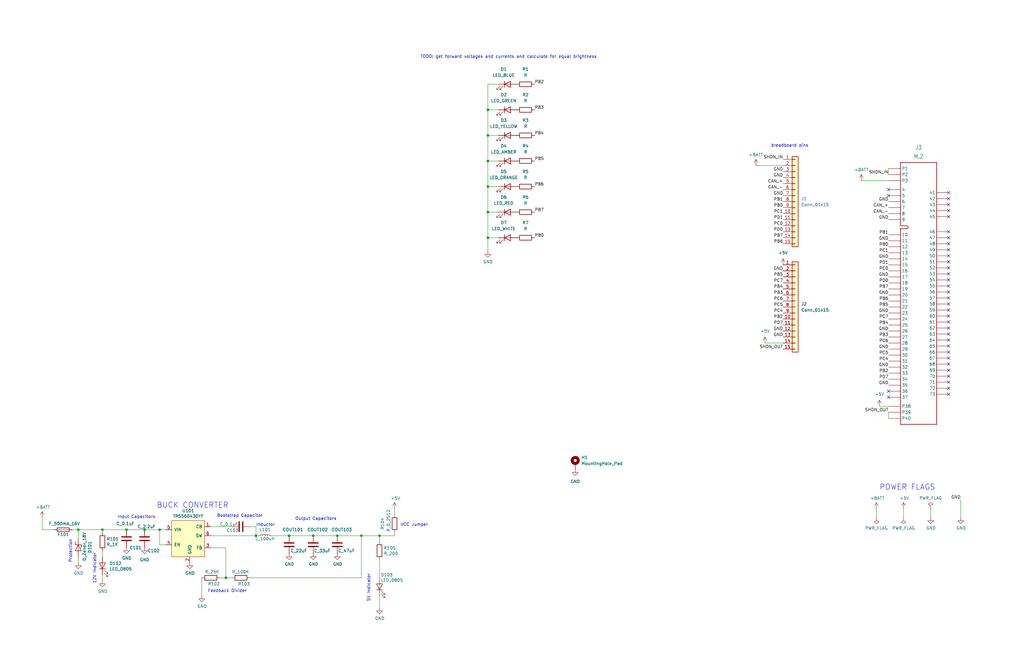
<source format=kicad_sch>
(kicad_sch (version 20211123) (generator eeschema)
  (paper "B")
  (title_block (title "OEM Project Template") (date "2019-08-22") (rev "1") (company "Olin Electric Motorsports") (comment 1 "Wesley Soo-Hoo"))
  (lib_symbols
    (symbol "Connector_Generic:Conn_01x15" (pin_names (offset 1.016) hide)
      (property "Reference" "J" (at 0 20.32 0))
      (property "Value" "Conn_01x15" (at 0 -20.32 0))
      (symbol "Conn_01x15_1_1"
        (rectangle (start -1.27 -17.653) (end 0 -17.907) (stroke (width 0.1524)))
        (rectangle (start -1.27 -15.113) (end 0 -15.367) (stroke (width 0.1524)))
        (rectangle (start -1.27 -12.573) (end 0 -12.827) (stroke (width 0.1524)))
        (rectangle (start -1.27 -10.033) (end 0 -10.287) (stroke (width 0.1524)))
        (rectangle (start -1.27 -7.493) (end 0 -7.747) (stroke (width 0.1524)))
        (rectangle (start -1.27 -4.953) (end 0 -5.207) (stroke (width 0.1524)))
        (rectangle (start -1.27 -2.413) (end 0 -2.667) (stroke (width 0.1524)))
        (rectangle (start -1.27 0.127) (end 0 -0.127) (stroke (width 0.1524)))
        (rectangle (start -1.27 2.667) (end 0 2.413) (stroke (width 0.1524)))
        (rectangle (start -1.27 5.207) (end 0 4.953) (stroke (width 0.1524)))
        (rectangle (start -1.27 7.747) (end 0 7.493) (stroke (width 0.1524)))
        (rectangle (start -1.27 10.287) (end 0 10.033) (stroke (width 0.1524)))
        (rectangle (start -1.27 12.827) (end 0 12.573) (stroke (width 0.1524)))
        (rectangle (start -1.27 15.367) (end 0 15.113) (stroke (width 0.1524)))
        (rectangle (start -1.27 17.907) (end 0 17.653) (stroke (width 0.1524)))
        (rectangle (start -1.27 19.05) (end 1.27 -19.05) (stroke (width 0.254)) (fill (type background)))
        (pin passive line (at -5.08 17.78 0) (length 3.81) (name "Pin_1") (number "1"))
        (pin passive line (at -5.08 -5.08 0) (length 3.81) (name "Pin_10") (number "10"))
        (pin passive line (at -5.08 -7.62 0) (length 3.81) (name "Pin_11") (number "11"))
        (pin passive line (at -5.08 -10.16 0) (length 3.81) (name "Pin_12") (number "12"))
        (pin passive line (at -5.08 -12.7 0) (length 3.81) (name "Pin_13") (number "13"))
        (pin passive line (at -5.08 -15.24 0) (length 3.81) (name "Pin_14") (number "14"))
        (pin passive line (at -5.08 -17.78 0) (length 3.81) (name "Pin_15") (number "15"))
        (pin passive line (at -5.08 15.24 0) (length 3.81) (name "Pin_2") (number "2"))
        (pin passive line (at -5.08 12.7 0) (length 3.81) (name "Pin_3") (number "3"))
        (pin passive line (at -5.08 10.16 0) (length 3.81) (name "Pin_4") (number "4"))
        (pin passive line (at -5.08 7.62 0) (length 3.81) (name "Pin_5") (number "5"))
        (pin passive line (at -5.08 5.08 0) (length 3.81) (name "Pin_6") (number "6"))
        (pin passive line (at -5.08 2.54 0) (length 3.81) (name "Pin_7") (number "7"))
        (pin passive line (at -5.08 0 0) (length 3.81) (name "Pin_8") (number "8"))
        (pin passive line (at -5.08 -2.54 0) (length 3.81) (name "Pin_9") (number "9"))
      )
    )
    (symbol "Device:R" (pin_numbers hide) (pin_names (offset 0))
      (property "Reference" "R" (at 2.032 0 90))
      (property "Value" "R" (at 0 0 90))
      (symbol "R_0_1"
        (rectangle (start -1.016 -2.54) (end 1.016 2.54) (stroke (width 0.254)))
      )
      (symbol "R_1_1"
        (pin passive line (at 0 3.81 270) (length 1.27) (name "~") (number "1"))
        (pin passive line (at 0 -3.81 90) (length 1.27) (name "~") (number "2"))
      )
    )
    (symbol "Mechanical:MountingHole_Pad" (pin_numbers hide) (pin_names (offset 1.016) hide)
      (property "Reference" "H" (at 0 6.35 0))
      (property "Value" "MountingHole_Pad" (at 0 4.445 0))
      (symbol "MountingHole_Pad_0_1"
        (circle (center 0 1.27) (radius 1.27) (stroke (width 1.27)))
      )
      (symbol "MountingHole_Pad_1_1"
        (pin input line (at 0 -2.54 90) (length 2.54) (name "1") (number "1"))
      )
    )
    (symbol "OEM:LED_AMBER" (pin_numbers hide) (pin_names (offset 1.016) hide)
      (property "Reference" "D" (at 0 2.54 0))
      (property "Value" "LED_AMBER" (at 0 -2.54 0))
      (symbol "LED_AMBER_0_1"
        (polyline (pts (xy -1.27 -1.27) (xy -1.27 1.27)) (stroke (width 0.254)))
        (polyline (pts (xy -1.27 0) (xy 1.27 0)))
        (polyline (pts (xy 1.27 -1.27) (xy 1.27 1.27) (xy -1.27 0) (xy 1.27 -1.27)) (stroke (width 0.254)))
        (polyline (pts (xy -3.048 -0.762) (xy -4.572 -2.286) (xy -3.81 -2.286) (xy -4.572 -2.286) (xy -4.572 -1.524)))
        (polyline (pts (xy -1.778 -0.762) (xy -3.302 -2.286) (xy -2.54 -2.286) (xy -3.302 -2.286) (xy -3.302 -1.524)))
      )
      (symbol "LED_AMBER_1_1"
        (pin passive line (at -3.81 0 0) (length 2.54) (name "K") (number "1"))
        (pin passive line (at 3.81 0 180) (length 2.54) (name "A") (number "2"))
      )
    )
    (symbol "OEM:LED_BLUE" (pin_numbers hide) (pin_names (offset 1.016) hide)
      (property "Reference" "D" (at 0 2.54 0))
      (property "Value" "LED_BLUE" (at 0 -2.54 0))
      (symbol "LED_BLUE_0_1"
        (polyline (pts (xy -1.27 -1.27) (xy -1.27 1.27)) (stroke (width 0.254)))
        (polyline (pts (xy -1.27 0) (xy 1.27 0)))
        (polyline (pts (xy 1.27 -1.27) (xy 1.27 1.27) (xy -1.27 0) (xy 1.27 -1.27)) (stroke (width 0.254)))
        (polyline (pts (xy -3.048 -0.762) (xy -4.572 -2.286) (xy -3.81 -2.286) (xy -4.572 -2.286) (xy -4.572 -1.524)))
        (polyline (pts (xy -1.778 -0.762) (xy -3.302 -2.286) (xy -2.54 -2.286) (xy -3.302 -2.286) (xy -3.302 -1.524)))
      )
      (symbol "LED_BLUE_1_1"
        (pin passive line (at -3.81 0 0) (length 2.54) (name "K") (number "1"))
        (pin passive line (at 3.81 0 180) (length 2.54) (name "A") (number "2"))
      )
    )
    (symbol "OEM:LED_GREEN" (pin_numbers hide) (pin_names (offset 1.016) hide)
      (property "Reference" "D" (at 0 2.54 0))
      (property "Value" "LED_GREEN" (at 0 -2.54 0))
      (symbol "LED_GREEN_0_1"
        (polyline (pts (xy -1.27 -1.27) (xy -1.27 1.27)) (stroke (width 0.254)))
        (polyline (pts (xy -1.27 0) (xy 1.27 0)))
        (polyline (pts (xy 1.27 -1.27) (xy 1.27 1.27) (xy -1.27 0) (xy 1.27 -1.27)) (stroke (width 0.254)))
        (polyline (pts (xy -3.048 -0.762) (xy -4.572 -2.286) (xy -3.81 -2.286) (xy -4.572 -2.286) (xy -4.572 -1.524)))
        (polyline (pts (xy -1.778 -0.762) (xy -3.302 -2.286) (xy -2.54 -2.286) (xy -3.302 -2.286) (xy -3.302 -1.524)))
      )
      (symbol "LED_GREEN_1_1"
        (pin passive line (at -3.81 0 0) (length 2.54) (name "K") (number "1"))
        (pin passive line (at 3.81 0 180) (length 2.54) (name "A") (number "2"))
      )
    )
    (symbol "OEM:LED_ORANGE" (pin_numbers hide) (pin_names (offset 1.016) hide)
      (property "Reference" "D" (at 0 2.54 0))
      (property "Value" "LED_ORANGE" (at 0 -2.54 0))
      (symbol "LED_ORANGE_0_1"
        (polyline (pts (xy -1.27 -1.27) (xy -1.27 1.27)) (stroke (width 0.254)))
        (polyline (pts (xy -1.27 0) (xy 1.27 0)))
        (polyline (pts (xy 1.27 -1.27) (xy 1.27 1.27) (xy -1.27 0) (xy 1.27 -1.27)) (stroke (width 0.254)))
        (polyline (pts (xy -3.048 -0.762) (xy -4.572 -2.286) (xy -3.81 -2.286) (xy -4.572 -2.286) (xy -4.572 -1.524)))
        (polyline (pts (xy -1.778 -0.762) (xy -3.302 -2.286) (xy -2.54 -2.286) (xy -3.302 -2.286) (xy -3.302 -1.524)))
      )
      (symbol "LED_ORANGE_1_1"
        (pin passive line (at -3.81 0 0) (length 2.54) (name "K") (number "1"))
        (pin passive line (at 3.81 0 180) (length 2.54) (name "A") (number "2"))
      )
    )
    (symbol "OEM:LED_RED" (pin_numbers hide) (pin_names (offset 1.016) hide)
      (property "Reference" "D" (at 0 2.54 0))
      (property "Value" "LED_RED" (at 0 -2.54 0))
      (symbol "LED_RED_0_1"
        (polyline (pts (xy -1.27 -1.27) (xy -1.27 1.27)) (stroke (width 0.254)))
        (polyline (pts (xy -1.27 0) (xy 1.27 0)))
        (polyline (pts (xy 1.27 -1.27) (xy 1.27 1.27) (xy -1.27 0) (xy 1.27 -1.27)) (stroke (width 0.254)))
        (polyline (pts (xy -3.048 -0.762) (xy -4.572 -2.286) (xy -3.81 -2.286) (xy -4.572 -2.286) (xy -4.572 -1.524)))
        (polyline (pts (xy -1.778 -0.762) (xy -3.302 -2.286) (xy -2.54 -2.286) (xy -3.302 -2.286) (xy -3.302 -1.524)))
      )
      (symbol "LED_RED_1_1"
        (pin passive line (at -3.81 0 0) (length 2.54) (name "K") (number "1"))
        (pin passive line (at 3.81 0 180) (length 2.54) (name "A") (number "2"))
      )
    )
    (symbol "OEM:LED_WHITE" (pin_numbers hide) (pin_names (offset 1.016) hide)
      (property "Reference" "D" (at 0 2.54 0))
      (property "Value" "LED_WHITE" (at 0 -2.54 0))
      (symbol "LED_WHITE_0_1"
        (polyline (pts (xy -1.27 -1.27) (xy -1.27 1.27)) (stroke (width 0.254)))
        (polyline (pts (xy -1.27 0) (xy 1.27 0)))
        (polyline (pts (xy 1.27 -1.27) (xy 1.27 1.27) (xy -1.27 0) (xy 1.27 -1.27)) (stroke (width 0.254)))
        (polyline (pts (xy -3.048 -0.762) (xy -4.572 -2.286) (xy -3.81 -2.286) (xy -4.572 -2.286) (xy -4.572 -1.524)))
        (polyline (pts (xy -1.778 -0.762) (xy -3.302 -2.286) (xy -2.54 -2.286) (xy -3.302 -2.286) (xy -3.302 -1.524)))
      )
      (symbol "LED_WHITE_1_1"
        (pin passive line (at -3.81 0 0) (length 2.54) (name "K") (number "1"))
        (pin passive line (at 3.81 0 180) (length 2.54) (name "A") (number "2"))
      )
    )
    (symbol "OEM:LED_YELLOW" (pin_numbers hide) (pin_names (offset 1.016) hide)
      (property "Reference" "D" (at 0 2.54 0))
      (property "Value" "LED_YELLOW" (at 0 -2.54 0))
      (symbol "LED_YELLOW_0_1"
        (polyline (pts (xy -1.27 -1.27) (xy -1.27 1.27)) (stroke (width 0.254)))
        (polyline (pts (xy -1.27 0) (xy 1.27 0)))
        (polyline (pts (xy 1.27 -1.27) (xy 1.27 1.27) (xy -1.27 0) (xy 1.27 -1.27)) (stroke (width 0.254)))
        (polyline (pts (xy -3.048 -0.762) (xy -4.572 -2.286) (xy -3.81 -2.286) (xy -4.572 -2.286) (xy -4.572 -1.524)))
        (polyline (pts (xy -1.778 -0.762) (xy -3.302 -2.286) (xy -2.54 -2.286) (xy -3.302 -2.286) (xy -3.302 -1.524)))
      )
      (symbol "LED_YELLOW_1_1"
        (pin passive line (at -3.81 0 0) (length 2.54) (name "K") (number "1"))
        (pin passive line (at 3.81 0 180) (length 2.54) (name "A") (number "2"))
      )
    )
    (symbol "formula:Automotive_M.2"
      (property "Reference" "J?" (at 1.27 49.53 0))
      (property "Value" "Automotive_M.2" (at 7.62 45.72 0))
      (symbol "Automotive_M.2_0_1"
        (arc (start -5.0436 15.2415) (mid -4.4198 15.8765) (end -5.0436 16.5115) (stroke (width 0.25)))
        (polyline (pts (xy -7.62 15.24) (xy -5.08 15.24)) (stroke (width 0.25)))
        (polyline (pts (xy -7.62 16.51) (xy -5.08 16.51)) (stroke (width 0.25)))
        (polyline (pts (xy -7.62 43.18) (xy -7.62 16.51)) (stroke (width 0.25)))
        (polyline (pts (xy 7.62 -67.31) (xy -7.62 -67.31)) (stroke (width 0.25)))
      )
      (symbol "Automotive_M.2_1_0"
        (polyline (pts (xy -7.62 -67.31) (xy -7.62 15.24)) (stroke (width 0.254)))
        (polyline (pts (xy 7.62 43.18) (xy -7.62 43.18)) (stroke (width 0.254)))
        (polyline (pts (xy 7.62 43.18) (xy 7.62 -67.31)) (stroke (width 0.254)))
        (pin bidirectional line (at -12.7 12.7 0) (length 5.08) (name "10") (number "10"))
        (pin bidirectional line (at -12.7 10.16 0) (length 5.08) (name "11") (number "11"))
        (pin bidirectional line (at -12.7 7.62 0) (length 5.08) (name "12") (number "12"))
        (pin bidirectional line (at -12.7 5.08 0) (length 5.08) (name "13") (number "13"))
        (pin bidirectional line (at -12.7 2.54 0) (length 5.08) (name "14") (number "14"))
        (pin bidirectional line (at -12.7 0 0) (length 5.08) (name "15") (number "15"))
        (pin bidirectional line (at -12.7 -2.54 0) (length 5.08) (name "16") (number "16"))
        (pin bidirectional line (at -12.7 -5.08 0) (length 5.08) (name "17") (number "17"))
        (pin bidirectional line (at -12.7 -7.62 0) (length 5.08) (name "18") (number "18"))
        (pin bidirectional line (at -12.7 -10.16 0) (length 5.08) (name "19") (number "19"))
        (pin bidirectional line (at -12.7 -12.7 0) (length 5.08) (name "20") (number "20"))
        (pin bidirectional line (at -12.7 -15.24 0) (length 5.08) (name "21") (number "21"))
        (pin bidirectional line (at -12.7 -17.78 0) (length 5.08) (name "22") (number "22"))
        (pin bidirectional line (at -12.7 -20.32 0) (length 5.08) (name "23") (number "23"))
        (pin bidirectional line (at -12.7 -22.86 0) (length 5.08) (name "24") (number "24"))
        (pin bidirectional line (at -12.7 -25.4 0) (length 5.08) (name "25") (number "25"))
        (pin bidirectional line (at -12.7 -27.94 0) (length 5.08) (name "26") (number "26"))
        (pin bidirectional line (at -12.7 -30.48 0) (length 5.08) (name "27") (number "27"))
        (pin bidirectional line (at -12.7 -33.02 0) (length 5.08) (name "28") (number "28"))
        (pin bidirectional line (at -12.7 -35.56 0) (length 5.08) (name "29") (number "29"))
        (pin bidirectional line (at -12.7 -38.1 0) (length 5.08) (name "30") (number "30"))
        (pin bidirectional line (at -12.7 -40.64 0) (length 5.08) (name "31") (number "31"))
        (pin bidirectional line (at -12.7 -43.18 0) (length 5.08) (name "32") (number "32"))
        (pin bidirectional line (at -12.7 -45.72 0) (length 5.08) (name "33") (number "33"))
        (pin bidirectional line (at -12.7 -48.26 0) (length 5.08) (name "34") (number "34"))
        (pin bidirectional line (at -12.7 -50.8 0) (length 5.08) (name "35") (number "35"))
        (pin bidirectional line (at -12.7 -53.34 0) (length 5.08) (name "36") (number "36"))
        (pin bidirectional line (at -12.7 -55.88 0) (length 5.08) (name "37") (number "37"))
        (pin bidirectional line (at -12.7 31.75 0) (length 5.08) (name "4") (number "4"))
        (pin bidirectional line (at 12.7 30.48 180) (length 5.08) (name "41") (number "41"))
        (pin bidirectional line (at 12.7 27.94 180) (length 5.08) (name "42") (number "42"))
        (pin bidirectional line (at 12.7 25.4 180) (length 5.08) (name "43") (number "43"))
        (pin bidirectional line (at 12.7 22.86 180) (length 5.08) (name "44") (number "44"))
        (pin bidirectional line (at 12.7 20.32 180) (length 5.08) (name "45") (number "45"))
        (pin bidirectional line (at 12.7 13.97 180) (length 5.08) (name "46") (number "46"))
        (pin bidirectional line (at 12.7 11.43 180) (length 5.08) (name "47") (number "47"))
        (pin bidirectional line (at 12.7 8.89 180) (length 5.08) (name "48") (number "48"))
        (pin bidirectional line (at 12.7 6.35 180) (length 5.08) (name "49") (number "49"))
        (pin bidirectional line (at -12.7 29.21 0) (length 5.08) (name "5") (number "5"))
        (pin bidirectional line (at 12.7 3.81 180) (length 5.08) (name "50") (number "50"))
        (pin bidirectional line (at 12.7 1.27 180) (length 5.08) (name "51") (number "51"))
        (pin bidirectional line (at 12.7 -1.27 180) (length 5.08) (name "52") (number "52"))
        (pin bidirectional line (at 12.7 -3.81 180) (length 5.08) (name "53") (number "53"))
        (pin bidirectional line (at 12.7 -6.35 180) (length 5.08) (name "54") (number "54"))
        (pin bidirectional line (at 12.7 -8.89 180) (length 5.08) (name "55") (number "55"))
        (pin bidirectional line (at 12.7 -11.43 180) (length 5.08) (name "56") (number "56"))
        (pin bidirectional line (at 12.7 -13.97 180) (length 5.08) (name "57") (number "57"))
        (pin bidirectional line (at 12.7 -16.51 180) (length 5.08) (name "58") (number "58"))
        (pin bidirectional line (at 12.7 -19.05 180) (length 5.08) (name "59") (number "59"))
        (pin bidirectional line (at -12.7 26.67 0) (length 5.08) (name "6") (number "6"))
        (pin bidirectional line (at 12.7 -21.59 180) (length 5.08) (name "60") (number "60"))
        (pin bidirectional line (at 12.7 -24.13 180) (length 5.08) (name "61") (number "61"))
        (pin bidirectional line (at 12.7 -26.67 180) (length 5.08) (name "62") (number "62"))
        (pin bidirectional line (at 12.7 -29.21 180) (length 5.08) (name "63") (number "63"))
        (pin bidirectional line (at 12.7 -31.75 180) (length 5.08) (name "64") (number "64"))
        (pin bidirectional line (at 12.7 -34.29 180) (length 5.08) (name "65") (number "65"))
        (pin bidirectional line (at 12.7 -36.83 180) (length 5.08) (name "66") (number "66"))
        (pin bidirectional line (at 12.7 -39.37 180) (length 5.08) (name "67") (number "67"))
        (pin bidirectional line (at 12.7 -41.91 180) (length 5.08) (name "68") (number "68"))
        (pin bidirectional line (at 12.7 -44.45 180) (length 5.08) (name "69") (number "69"))
        (pin bidirectional line (at -12.7 24.13 0) (length 5.08) (name "7") (number "7"))
        (pin bidirectional line (at 12.7 -46.99 180) (length 5.08) (name "70") (number "70"))
        (pin bidirectional line (at 12.7 -49.53 180) (length 5.08) (name "71") (number "71"))
        (pin bidirectional line (at 12.7 -52.07 180) (length 5.08) (name "72") (number "72"))
        (pin bidirectional line (at 12.7 -54.61 180) (length 5.08) (name "73") (number "73"))
        (pin bidirectional line (at -12.7 21.59 0) (length 5.08) (name "8") (number "8"))
        (pin bidirectional line (at -12.7 19.05 0) (length 5.08) (name "9") (number "9"))
        (pin bidirectional line (at -12.7 40.64 0) (length 5.08) (name "P1") (number "P1"))
        (pin bidirectional line (at -12.7 38.1 0) (length 5.08) (name "P2") (number "P2"))
        (pin bidirectional line (at -12.7 35.56 0) (length 5.08) (name "P3") (number "P3"))
        (pin bidirectional line (at -12.7 -59.69 0) (length 5.08) (name "P38") (number "P38"))
        (pin bidirectional line (at -12.7 -62.23 0) (length 5.08) (name "P39") (number "P39"))
        (pin bidirectional line (at -12.7 -64.77 0) (length 5.08) (name "P40") (number "P40"))
      )
    )
    (symbol "formula:C_0.1uF" (pin_numbers hide) (pin_names (offset 0.254))
      (property "Reference" "C" (at 0.635 2.54 0))
      (property "Value" "C_0.1uF" (at 0.635 -2.54 0))
      (symbol "C_0.1uF_0_1"
        (polyline (pts (xy -2.032 -0.762) (xy 2.032 -0.762)) (stroke (width 0.508)))
        (polyline (pts (xy -2.032 0.762) (xy 2.032 0.762)) (stroke (width 0.508)))
      )
      (symbol "C_0.1uF_1_1"
        (pin passive line (at 0 3.81 270) (length 2.794) (name "~") (number "1"))
        (pin passive line (at 0 -3.81 90) (length 2.794) (name "~") (number "2"))
      )
    )
    (symbol "formula:C_2.2uF" (pin_numbers hide) (pin_names (offset 0.254))
      (property "Reference" "C" (at 0.635 3.81 0))
      (property "Value" "C_2.2uF" (at 0.635 -1.27 0))
      (symbol "C_2.2uF_0_1"
        (polyline (pts (xy -2.032 0.508) (xy 2.032 0.508)) (stroke (width 0.508)))
        (polyline (pts (xy -2.032 2.032) (xy 2.032 2.032)) (stroke (width 0.508)))
      )
      (symbol "C_2.2uF_1_1"
        (pin passive line (at 0 5.08 270) (length 2.794) (name "~") (number "1"))
        (pin passive line (at 0 -2.54 90) (length 2.794) (name "~") (number "2"))
      )
    )
    (symbol "formula:C_22uF" (pin_numbers hide) (pin_names (offset 0.254))
      (property "Reference" "C" (at 0.635 2.54 0))
      (property "Value" "C_22uF" (at 0.635 -2.54 0))
      (symbol "C_22uF_0_1"
        (polyline (pts (xy -2.032 -0.762) (xy 2.032 -0.762)) (stroke (width 0.508)))
        (polyline (pts (xy -2.032 0.762) (xy 2.032 0.762)) (stroke (width 0.508)))
      )
      (symbol "C_22uF_1_1"
        (pin passive line (at 0 3.81 270) (length 2.794) (name "~") (number "1"))
        (pin passive line (at 0 -3.81 90) (length 2.794) (name "~") (number "2"))
      )
    )
    (symbol "formula:C_33uF" (pin_numbers hide) (pin_names (offset 0.254))
      (property "Reference" "C" (at 0.635 2.54 0))
      (property "Value" "C_33uF" (at 2.54 -7.62 0))
      (symbol "C_33uF_0_1"
        (polyline (pts (xy -2.032 -0.762) (xy 2.032 -0.762)) (stroke (width 0.508)))
        (polyline (pts (xy -2.032 0.762) (xy 2.032 0.762)) (stroke (width 0.508)))
      )
      (symbol "C_33uF_1_1"
        (pin passive line (at 0 3.81 270) (length 2.794) (name "~") (number "1"))
        (pin passive line (at 0 -3.81 90) (length 2.794) (name "~") (number "2"))
      )
    )
    (symbol "formula:C_47uF" (pin_numbers hide) (pin_names (offset 0.254))
      (property "Reference" "C" (at 0.635 2.54 0))
      (property "Value" "C_47uF" (at 0.635 -2.54 0))
      (symbol "C_47uF_0_1"
        (polyline (pts (xy -2.032 -0.762) (xy 2.032 -0.762)) (stroke (width 0.508)))
        (polyline (pts (xy -2.032 0.762) (xy 2.032 0.762)) (stroke (width 0.508)))
      )
      (symbol "C_47uF_1_1"
        (pin passive line (at 0 3.81 270) (length 2.794) (name "~") (number "1"))
        (pin passive line (at 0 -3.81 90) (length 2.794) (name "~") (number "2"))
      )
    )
    (symbol "formula:D_Zener_18V" (pin_numbers hide) (pin_names (offset 1.016) hide)
      (property "Reference" "D" (at 0 2.54 0))
      (property "Value" "D_Zener_18V" (at 0 -2.54 0))
      (symbol "D_Zener_18V_0_1"
        (polyline (pts (xy -1.27 -1.27) (xy -2.54 -1.27)) (stroke (width 0.2032)))
        (polyline (pts (xy -1.27 1.27) (xy 0 1.27)) (stroke (width 0.2032)))
        (polyline (pts (xy 1.27 0) (xy -1.27 0)))
        (polyline (pts (xy -1.27 -1.27) (xy -1.27 1.27) (xy -0.762 1.27)) (stroke (width 0.2032)))
        (polyline (pts (xy 1.27 -1.27) (xy 1.27 1.27) (xy -1.27 0) (xy 1.27 -1.27)) (stroke (width 0.2032)))
      )
      (symbol "D_Zener_18V_1_1"
        (pin passive line (at -3.81 0 0) (length 2.54) (name "K") (number "1"))
        (pin passive line (at 3.81 0 180) (length 2.54) (name "A") (number "2"))
      )
    )
    (symbol "formula:F_500mA_16V" (pin_numbers hide) (pin_names (offset 0))
      (property "Reference" "F" (at 2.032 0 90))
      (property "Value" "F_500mA_16V" (at -1.905 0 90))
      (symbol "F_500mA_16V_0_1"
        (rectangle (start -0.762 -2.54) (end 0.762 2.54) (stroke (width 0.254)))
        (polyline (pts (xy 0 2.54) (xy 0 -2.54)))
      )
      (symbol "F_500mA_16V_1_1"
        (pin passive line (at 0 3.81 270) (length 1.27) (name "~") (number "1"))
        (pin passive line (at 0 -3.81 90) (length 1.27) (name "~") (number "2"))
      )
    )
    (symbol "formula:LED_0805" (pin_numbers hide) (pin_names (offset 1.016) hide)
      (property "Reference" "D" (at 0 -2.54 0))
      (property "Value" "LED_0805" (at 0 2.54 0))
      (symbol "LED_0805_0_1"
        (polyline (pts (xy -1.27 -1.27) (xy -1.27 1.27)) (stroke (width 0.2032)))
        (polyline (pts (xy -1.27 0) (xy 1.27 0)))
        (polyline (pts (xy 1.27 -1.27) (xy 1.27 1.27) (xy -1.27 0) (xy 1.27 -1.27)) (stroke (width 0.2032)))
        (polyline (pts (xy -3.048 -0.762) (xy -4.572 -2.286) (xy -3.81 -2.286) (xy -4.572 -2.286) (xy -4.572 -1.524)))
        (polyline (pts (xy -1.778 -0.762) (xy -3.302 -2.286) (xy -2.54 -2.286) (xy -3.302 -2.286) (xy -3.302 -1.524)))
      )
      (symbol "LED_0805_1_1"
        (pin passive line (at -3.81 0 0) (length 2.54) (name "K") (number "1"))
        (pin passive line (at 3.81 0 180) (length 2.54) (name "A") (number "2"))
      )
    )
    (symbol "formula:L_100uH" (pin_numbers hide) (pin_names (offset 1.016) hide)
      (property "Reference" "L" (at 0 -1.27 0))
      (property "Value" "L_100uH" (at 0 2.54 0))
      (symbol "L_100uH_1_1"
        (arc (start -1.016 0) (mid -1.524 0.508) (end -2.032 0))
        (arc (start 0 0) (mid -0.508 0.508) (end -1.016 0))
        (arc (start 1.016 0) (mid 0.508 0.508) (end 0 0))
        (arc (start 2.032 0) (mid 1.524 0.508) (end 1.016 0))
        (pin passive line (at -2.54 0 0) (length 0.508) (name "~") (number "1"))
        (pin passive line (at 2.54 0 180) (length 0.508) (name "~") (number "2"))
      )
    )
    (symbol "formula:R_0_2512" (pin_numbers hide) (pin_names (offset 0))
      (property "Reference" "R" (at 2.032 0 90))
      (property "Value" "R_0_2512" (at -2.54 0 90))
      (symbol "R_0_2512_0_1"
        (rectangle (start -1.016 -2.54) (end 1.016 2.54) (stroke (width 0.254)))
      )
      (symbol "R_0_2512_1_1"
        (pin passive line (at 0 3.81 270) (length 1.27) (name "~") (number "1"))
        (pin passive line (at 0 -3.81 90) (length 1.27) (name "~") (number "2"))
      )
    )
    (symbol "formula:R_100K" (pin_numbers hide) (pin_names (offset 0))
      (property "Reference" "R" (at 2.032 0 90))
      (property "Value" "R_100K" (at -2.54 0 90))
      (symbol "R_100K_0_1"
        (rectangle (start -1.016 -2.54) (end 1.016 2.54) (stroke (width 0.254)))
      )
      (symbol "R_100K_1_1"
        (pin passive line (at 0 3.81 270) (length 1.27) (name "~") (number "1"))
        (pin passive line (at 0 -3.81 90) (length 1.27) (name "~") (number "2"))
      )
    )
    (symbol "formula:R_1K" (pin_numbers hide) (pin_names (offset 0))
      (property "Reference" "R" (at 2.032 0 90))
      (property "Value" "R_1K" (at -2.54 0 90))
      (symbol "R_1K_0_1"
        (rectangle (start -1.016 -2.54) (end 1.016 2.54) (stroke (width 0.254)))
      )
      (symbol "R_1K_1_1"
        (pin passive line (at 0 3.81 270) (length 1.27) (name "~") (number "1"))
        (pin passive line (at 0 -3.81 90) (length 1.27) (name "~") (number "2"))
      )
    )
    (symbol "formula:R_200" (pin_numbers hide) (pin_names (offset 0))
      (property "Reference" "R" (at 2.032 0 90))
      (property "Value" "R_200" (at -2.54 0 90))
      (symbol "R_200_0_1"
        (rectangle (start -1.016 -2.54) (end 1.016 2.54) (stroke (width 0.254)))
      )
      (symbol "R_200_1_1"
        (pin passive line (at 0 3.81 270) (length 1.27) (name "~") (number "1"))
        (pin passive line (at 0 -3.81 90) (length 1.27) (name "~") (number "2"))
      )
    )
    (symbol "formula:R_25K" (pin_numbers hide) (pin_names (offset 0))
      (property "Reference" "R" (at 6.35 0 90))
      (property "Value" "R_25K" (at 5.08 5.08 0))
      (symbol "R_25K_0_1"
        (rectangle (start -1.016 -2.54) (end 1.016 2.54) (stroke (width 0.254)))
      )
      (symbol "R_25K_1_1"
        (pin passive line (at 0 3.81 270) (length 1.27) (name "~") (number "1"))
        (pin passive line (at 0 -3.81 90) (length 1.27) (name "~") (number "2"))
      )
    )
    (symbol "formula:TPS560430YF" (pin_names (offset 1.016))
      (property "Reference" "U" (at -5.08 -8.89 0))
      (property "Value" "TPS560430YF" (at 0 10.16 0))
      (symbol "TPS560430YF_0_1"
        (rectangle (start -6.35 -2.54) (end -6.35 -2.54))
        (rectangle (start -6.35 7.62) (end 7.62 -7.62) (fill (type background)))
      )
      (symbol "TPS560430YF_1_1"
        (pin bidirectional line (at 10.16 5.08 180) (length 2.54) (name "CB") (number "1"))
        (pin power_in line (at 1.27 -10.16 90) (length 2.54) (name "GND") (number "2"))
        (pin input line (at 10.16 -3.81 180) (length 2.54) (name "FB") (number "3"))
        (pin input line (at -8.89 -2.54 0) (length 2.54) (name "EN") (number "4"))
        (pin power_in line (at -8.89 3.81 0) (length 2.54) (name "VIN") (number "5"))
        (pin power_out line (at 10.16 1.27 180) (length 2.54) (name "SW") (number "6"))
      )
    )
    (symbol "power:+5V" (power) (pin_names (offset 0))
      (property "Value" "+5V" (at 0 3.556 0))
      (symbol "+5V_0_1"
        (polyline (pts (xy -0.762 1.27) (xy 0 2.54)))
        (polyline (pts (xy 0 0) (xy 0 2.54)))
        (polyline (pts (xy 0 2.54) (xy 0.762 1.27)))
      )
      (symbol "+5V_1_1"
        (pin power_in line (at 0 0 90) (length 0) hide (name "+5V") (number "1"))
      )
    )
    (symbol "power:+BATT" (power) (pin_names (offset 0))
      (property "Value" "+BATT" (at 0 3.556 0))
      (symbol "+BATT_0_1"
        (polyline (pts (xy -0.762 1.27) (xy 0 2.54)))
        (polyline (pts (xy 0 0) (xy 0 2.54)))
        (polyline (pts (xy 0 2.54) (xy 0.762 1.27)))
      )
      (symbol "+BATT_1_1"
        (pin power_in line (at 0 0 90) (length 0) hide (name "+BATT") (number "1"))
      )
    )
    (symbol "power:GND" (power) (pin_names (offset 0))
      (property "Value" "GND" (at 0 -3.81 0))
      (symbol "GND_0_1"
        (polyline (pts (xy 0 0) (xy 0 -1.27) (xy 1.27 -1.27) (xy 0 -2.54) (xy -1.27 -1.27) (xy 0 -1.27)))
      )
      (symbol "GND_1_1"
        (pin power_in line (at 0 0 270) (length 0) hide (name "GND") (number "1"))
      )
    )
    (symbol "power:PWR_FLAG" (power) (pin_numbers hide) (pin_names (offset 0) hide)
      (property "Value" "PWR_FLAG" (at 0 3.81 0))
      (symbol "PWR_FLAG_0_0"
        (pin power_out line (at 0 0 90) (length 0) (name "pwr") (number "1"))
      )
      (symbol "PWR_FLAG_0_1"
        (polyline (pts (xy 0 0) (xy 0 1.27) (xy -1.016 1.905) (xy 0 2.54) (xy 1.016 1.905) (xy 0 1.27)))
      )
    )
  )
  (junction (at 33.02 223.52))
  (junction (at 205.74 67.945))
  (junction (at 67.31 223.52))
  (junction (at 152.4 226.06))
  (junction (at 205.74 57.15))
  (junction (at 121.92 226.06))
  (junction (at 142.24 226.06))
  (junction (at 43.18 223.52))
  (junction (at 53.34 223.52))
  (junction (at 107.95 226.06))
  (junction (at 132.08 226.06))
  (junction (at 60.96 223.52))
  (junction (at 205.74 78.74))
  (junction (at 160.02 226.06))
  (junction (at 205.74 89.535))
  (junction (at 205.74 46.355))
  (junction (at 205.74 100.33))
  (junction (at 95.25 243.84))
  (no_connect (at 400.05 123.19))
  (no_connect (at 400.05 135.89))
  (no_connect (at 400.05 138.43))
  (no_connect (at 400.05 113.03))
  (no_connect (at 400.05 153.67))
  (no_connect (at 400.05 151.13))
  (no_connect (at 400.05 110.49))
  (no_connect (at 400.05 83.82))
  (no_connect (at 400.05 118.11))
  (no_connect (at 400.05 161.29))
  (no_connect (at 400.05 120.65))
  (no_connect (at 400.05 146.05))
  (no_connect (at 374.65 167.64))
  (no_connect (at 400.05 130.81))
  (no_connect (at 400.05 128.27))
  (no_connect (at 400.05 156.21))
  (no_connect (at 400.05 140.97))
  (no_connect (at 400.05 102.87))
  (no_connect (at 400.05 86.36))
  (no_connect (at 400.05 81.28))
  (no_connect (at 400.05 115.57))
  (no_connect (at 400.05 133.35))
  (no_connect (at 400.05 100.33))
  (no_connect (at 400.05 105.41))
  (no_connect (at 400.05 166.37))
  (no_connect (at 400.05 148.59))
  (no_connect (at 400.05 125.73))
  (no_connect (at 400.05 158.75))
  (no_connect (at 400.05 107.95))
  (no_connect (at 374.65 165.1))
  (no_connect (at 400.05 91.44))
  (no_connect (at 400.05 143.51))
  (no_connect (at 400.05 88.9))
  (no_connect (at 400.05 97.79))
  (no_connect (at 374.65 82.55))
  (no_connect (at 374.65 80.01))
  (no_connect (at 400.05 163.83))
  (wire (pts (xy 160.02 251.46) (xy 160.02 256.54)))
  (wire (pts (xy 160.02 228.6) (xy 160.02 226.06)))
  (wire (pts (xy 88.9 231.14) (xy 95.25 231.14)))
  (wire (pts (xy 53.34 223.52) (xy 60.96 223.52)))
  (wire (pts (xy 205.74 46.355) (xy 210.185 46.355)))
  (wire (pts (xy 67.31 223.52) (xy 69.85 223.52)))
  (wire (pts (xy 205.74 89.535) (xy 210.185 89.535)))
  (wire (pts (xy 205.74 57.15) (xy 205.74 46.355)))
  (wire (pts (xy 107.95 226.06) (xy 109.22 226.06)))
  (wire (pts (xy 205.74 78.74) (xy 205.74 67.945)))
  (wire (pts (xy 166.37 226.06) (xy 166.37 224.79)))
  (wire (pts (xy 205.74 67.945) (xy 205.74 57.15)))
  (wire (pts (xy 205.74 89.535) (xy 205.74 78.74)))
  (wire (pts (xy 405.13 210.82) (xy 405.13 218.44)))
  (wire (pts (xy 205.74 100.33) (xy 205.74 89.535)))
  (wire (pts (xy 88.9 226.06) (xy 107.95 226.06)))
  (wire (pts (xy 33.02 227.33) (xy 33.02 223.52)))
  (wire (pts (xy 322.58 144.78) (xy 330.2 144.78)))
  (wire (pts (xy 374.65 73.66) (xy 374.65 71.12)))
  (wire (pts (xy 374.65 173.99) (xy 374.65 176.53)))
  (wire (pts (xy 205.74 106.045) (xy 205.74 100.33)))
  (wire (pts (xy 370.84 171.45) (xy 374.65 171.45)))
  (wire (pts (xy 85.09 243.84) (xy 85.09 251.46)))
  (wire (pts (xy 33.02 223.52) (xy 43.18 223.52)))
  (wire (pts (xy 381 218.44) (xy 381 214.63)))
  (wire (pts (xy 114.3 226.06) (xy 121.92 226.06)))
  (wire (pts (xy 205.74 35.56) (xy 210.185 35.56)))
  (wire (pts (xy 205.74 78.74) (xy 210.185 78.74)))
  (wire (pts (xy 160.02 236.22) (xy 160.02 243.84)))
  (wire (pts (xy 17.78 223.52) (xy 22.86 223.52)))
  (wire (pts (xy 142.24 226.06) (xy 152.4 226.06)))
  (wire (pts (xy 69.85 229.87) (xy 67.31 229.87)))
  (wire (pts (xy 318.77 69.85) (xy 330.2 69.85)))
  (wire (pts (xy 392.43 214.63) (xy 392.43 218.44)))
  (wire (pts (xy 166.37 217.17) (xy 166.37 214.63)))
  (wire (pts (xy 95.25 231.14) (xy 95.25 243.84)))
  (wire (pts (xy 67.31 229.87) (xy 67.31 223.52)))
  (wire (pts (xy 205.74 46.355) (xy 205.74 35.56)))
  (wire (pts (xy 60.96 223.52) (xy 67.31 223.52)))
  (wire (pts (xy 88.9 222.25) (xy 97.79 222.25)))
  (wire (pts (xy 107.95 222.25) (xy 107.95 226.06)))
  (wire (pts (xy 369.57 214.63) (xy 369.57 218.44)))
  (wire (pts (xy 105.41 243.84) (xy 152.4 243.84)))
  (wire (pts (xy 33.02 234.95) (xy 33.02 237.49)))
  (wire (pts (xy 30.48 223.52) (xy 33.02 223.52)))
  (wire (pts (xy 152.4 243.84) (xy 152.4 226.06)))
  (wire (pts (xy 43.18 232.41) (xy 43.18 234.95)))
  (wire (pts (xy 160.02 226.06) (xy 166.37 226.06)))
  (wire (pts (xy 205.74 100.33) (xy 210.185 100.33)))
  (wire (pts (xy 95.25 243.84) (xy 97.79 243.84)))
  (wire (pts (xy 132.08 226.06) (xy 142.24 226.06)))
  (wire (pts (xy 205.74 67.945) (xy 210.185 67.945)))
  (wire (pts (xy 92.71 243.84) (xy 95.25 243.84)))
  (wire (pts (xy 152.4 226.06) (xy 160.02 226.06)))
  (wire (pts (xy 43.18 223.52) (xy 53.34 223.52)))
  (wire (pts (xy 363.22 76.2) (xy 374.65 76.2)))
  (wire (pts (xy 205.74 57.15) (xy 210.185 57.15)))
  (wire (pts (xy 105.41 222.25) (xy 107.95 222.25)))
  (wire (pts (xy 43.18 223.52) (xy 43.18 224.79)))
  (wire (pts (xy 17.78 218.44) (xy 17.78 223.52)))
  (wire (pts (xy 43.18 242.57) (xy 43.18 245.11)))
  (wire (pts (xy 121.92 226.06) (xy 132.08 226.06)))
  (text "Protection\n" (at 30.48 237.49 90) (effects (font (size 1.27 1.27)) (justify left bottom)))
  (text "BUCK CONVERTER\n" (at 66.04 214.63 0) (effects (font (size 2.2606 2.2606)) (justify left bottom)))
  (text "Bootstrap Capacitor\n" (at 91.44 218.44 0) (effects (font (size 1.27 1.27)) (justify left bottom)))
  (text "Output Capacitors\n" (at 124.46 219.71 0) (effects (font (size 1.27 1.27)) (justify left bottom)))
  (text "POWER FLAGS\n" (at 370.84 207.01 0) (effects (font (size 2.2606 2.2606)) (justify left bottom)))
  (text "12V Indicator" (at 40.64 246.38 90) (effects (font (size 1.27 1.27)) (justify left bottom)))
  (text "Input Capacitors\n\n" (at 49.53 220.98 0) (effects (font (size 1.27 1.27)) (justify left bottom)))
  (text "VCC Jumper\n" (at 168.91 222.25 0) (effects (font (size 1.27 1.27)) (justify left bottom)))
  (text "breadboard pins" (at 325.12 62.23 0) (effects (font (size 1.27 1.27)) (justify left bottom)))
  (text "5V Indicator" (at 156.21 254 90) (effects (font (size 1.27 1.27)) (justify left bottom)))
  (text "TODO: get forward voltages and currents and calculate for equal brightness" (at 177.165 24.765 0) (effects (font (size 1.27 1.27)) (justify left bottom)))
  (text "Inductor\n" (at 107.95 222.25 0) (effects (font (size 1.27 1.27)) (justify left bottom)))
  (text "Feedback Divider\n" (at 87.63 250.19 0) (effects (font (size 1.27 1.27)) (justify left bottom)))
  (label "PC4" (at 374.65 152.4 180))
  (label "PB6" (at 225.425 78.74 0))
  (label "PB0" (at 225.425 100.33 0))
  (label "SHDN_IN" (at 330.2 67.31 180))
  (label "PD0" (at 374.65 119.38 180))
  (label "GND" (at 330.2 142.24 180))
  (label "GND" (at 374.65 101.6 180))
  (label "PB3" (at 374.65 142.24 180))
  (label "GND" (at 330.2 114.3 180))
  (label "PC6" (at 330.2 127 180))
  (label "PB4" (at 374.65 137.16 180))
  (label "SHDN_IN" (at 374.65 73.66 180))
  (label "PB0" (at 330.2 87.63 180))
  (label "PD1" (at 330.2 92.71 180))
  (label "GND" (at 374.65 147.32 180))
  (label "PB3" (at 330.2 124.46 180))
  (label "PD1" (at 374.65 111.76 180))
  (label "PB6" (at 330.2 102.87 180))
  (label "PC4" (at 330.2 132.08 180))
  (label "GND" (at 405.13 210.82 180))
  (label "CAN_-" (at 374.65 90.17 180))
  (label "PC7" (at 374.65 134.62 180))
  (label "GND" (at 374.65 132.08 180))
  (label "PC0" (at 330.2 95.25 180))
  (label "PD0" (at 330.2 97.79 180))
  (label "PB2" (at 330.2 134.62 180))
  (label "PB0" (at 374.65 104.14 180))
  (label "PC7" (at 330.2 119.38 180))
  (label "GND" (at 374.65 154.94 180))
  (label "PC6" (at 374.65 144.78 180))
  (label "PB1" (at 330.2 85.09 180))
  (label "GND" (at 374.65 92.71 180))
  (label "GND" (at 374.65 162.56 180))
  (label "PB5" (at 374.65 129.54 180))
  (label "PC0" (at 374.65 114.3 180))
  (label "PB4" (at 225.425 57.15 0))
  (label "PB7" (at 330.2 100.33 180))
  (label "PB1" (at 374.65 99.06 180))
  (label "PB2" (at 374.65 157.48 180))
  (label "PC5" (at 374.65 149.86 180))
  (label "PB2" (at 225.425 35.56 0))
  (label "CAN_-" (at 330.2 80.01 180))
  (label "GND" (at 374.65 85.09 180))
  (label "PC1" (at 330.2 90.17 180))
  (label "CAN_+" (at 374.65 87.63 180))
  (label "GND" (at 374.65 109.22 180))
  (label "PB3" (at 225.425 46.355 0))
  (label "GND" (at 330.2 139.7 180))
  (label "GND" (at 374.65 124.46 180))
  (label "GND" (at 374.65 139.7 180))
  (label "GND" (at 330.2 72.39 180))
  (label "SHDN_OUT" (at 330.2 147.32 180))
  (label "SHDN_OUT" (at 374.65 173.99 180))
  (label "PC1" (at 374.65 106.68 180))
  (label "PC5" (at 330.2 129.54 180))
  (label "PB4" (at 330.2 121.92 180))
  (label "CAN_+" (at 330.2 77.47 180))
  (label "GND" (at 330.2 74.93 180))
  (label "GND" (at 374.65 116.84 180))
  (label "PB7" (at 225.425 89.535 0))
  (label "PB5" (at 225.425 67.945 0))
  (label "GND" (at 330.2 82.55 180))
  (label "PB6" (at 374.65 127 180))
  (label "PD7" (at 330.2 137.16 180))
  (label "PB7" (at 374.65 121.92 180))
  (label "PB5" (at 330.2 116.84 180))
  (label "PD7" (at 374.65 160.02 180))
  (symbol (lib_id "power:GND") (at 80.01 237.49 0) (unit 1)
    (property "Reference" "#PWR?" (effects hide))
    (property "Value" "GND" (at 80.137 241.8842 0))
  )
  (symbol (lib_id "power:GND") (at 60.96 231.14 0) (unit 1)
    (property "Reference" "#PWR?" (effects hide))
    (property "Value" "GND" (at 60.96 236.22 0))
  )
  (symbol (lib_id "power:GND") (at 53.34 231.14 0) (unit 1)
    (property "Reference" "#PWR?" (effects hide))
    (property "Value" "GND" (at 53.467 235.5342 0))
  )
  (symbol (lib_id "formula:C_0.1uF") (at 101.6 222.25 90) (unit 1)
    (property "Reference" "C103" (at 98.044 223.774 90))
    (property "Value" "C_0.1uF" (at 96.52 221.234 90))
    (property "Footprint" "footprints:C_0805_OEM" (effects hide))
    (property "Datasheet" "http://datasheets.avx.com/X7RDielectric.pdf" (effects hide))
    (property "MFN" "DK" (effects hide))
    (property "MPN" "478-3352-1-ND" (effects hide))
    (property "PurchasingLink" "https://www.digikey.com/products/en?keywords=478-3352-1-ND" (effects hide))
  )
  (symbol (lib_id "formula:C_2.2uF") (at 60.96 228.6 0) (unit 1)
    (property "Reference" "C102" (at 62.23 232.41 0) (effects (justify left)))
    (property "Value" "C_2.2uF" (at 57.912 222.25 0) (effects (justify left)))
    (property "Footprint" "footprints:C_0805_OEM" (effects hide))
    (property "Datasheet" "https://media.digikey.com/pdf/Data%20Sheets/Samsung%20PDFs/CL21A225KBFNNNE_Spec.pdf" (effects hide))
    (property "MFN" "1276-6702-1-ND" (effects hide))
    (property "MPN" "DK" (effects hide))
    (property "PurchasingLink" "https://www.digikey.com/en/products/detail/samsung-electro-mechanics/CL21A225KBFNNNE/5961186" (effects hide))
  )
  (symbol (lib_id "formula:C_0.1uF") (at 53.34 227.33 0) (unit 1)
    (property "Reference" "C101" (at 54.61 231.14 0) (effects (justify left)))
    (property "Value" "C_0.1uF" (at 49.022 220.98 0) (effects (justify left)))
    (property "Footprint" "footprints:C_0805_OEM" (effects hide))
    (property "Datasheet" "http://datasheets.avx.com/X7RDielectric.pdf" (effects hide))
    (property "MFN" "DK" (effects hide))
    (property "MPN" "478-3352-1-ND" (effects hide))
    (property "PurchasingLink" "https://www.digikey.com/products/en?keywords=478-3352-1-ND" (effects hide))
  )
  (symbol (lib_id "formula:R_100K") (at 101.6 243.84 270) (unit 1)
    (property "Reference" "R103" (at 100.33 246.38 90) (effects (justify left)))
    (property "Value" "R_100K" (at 97.79 241.3 90) (effects (justify left)))
    (property "Footprint" "footprints:R_0805_OEM" (effects hide))
    (property "Datasheet" "https://industrial.panasonic.com/cdbs/www-data/pdf/RDA0000/AOA0000C304.pdf" (effects hide))
    (property "MFN" "DK" (effects hide))
    (property "MPN" "P100KCCT-ND" (effects hide))
    (property "PurchasingLink" "https://www.digikey.com/product-detail/en/panasonic-electronic-components/ERJ-6ENF1003V/P100KCCT-ND/119551" (effects hide))
  )
  (symbol (lib_id "power:GND") (at 392.43 218.44 0) (unit 1)
    (property "Reference" "#PWR?" (effects hide))
    (property "Value" "GND" (at 392.557 222.8342 0))
  )
  (symbol (lib_id "formula:C_22uF") (at 121.92 229.87 0) (unit 1)
    (property "Reference" "COUT101" (at 119.126 223.52 0) (effects (justify left)))
    (property "Value" "C_22uF" (at 122.428 232.41 0) (effects (justify left)))
    (property "Footprint" "footprints:C_1206_OEM" (effects hide))
    (property "Datasheet" "https://product.tdk.com/info/en/catalog/datasheets/mlcc_commercial_general_en.pdf" (effects hide))
    (property "MFN" "DK" (effects hide))
    (property "MPN" "445-11693-1-ND" (effects hide))
    (property "PurchasingLink" "https://www.digikey.com/product-detail/en/tdk-corporation/C3216JB1C226M160AB/445-11693-1-ND/3953359" (effects hide))
  )
  (symbol (lib_id "formula:C_47uF") (at 142.24 229.87 0) (unit 1)
    (property "Reference" "COUT103" (at 139.7 223.52 0) (effects (justify left)))
    (property "Value" "C_47uF" (at 142.494 232.41 0) (effects (justify left)))
    (property "Footprint" "footprints:C_0805_OEM" (effects hide))
    (property "Datasheet" "http://www.samsungsem.com/kr/support/product-search/mlcc/__icsFiles/afieldfile/2018/06/22/CL21A476MQYNNNG.pdf" (effects hide))
    (property "MFN" "DK" (effects hide))
    (property "MPN" "1276-6467-1-ND" (effects hide))
    (property "PurchasingLink" "https://www.digikey.com/product-detail/en/samsung-electro-mechanics/CL21A476MQYNNNG/1276-6467-1-ND/5958095" (effects hide))
  )
  (symbol (lib_id "formula:C_33uF") (at 132.08 229.87 0) (unit 1)
    (property "Reference" "COUT102" (at 129.54 223.52 0) (effects (justify left)))
    (property "Value" "C_33uF" (at 132.334 232.41 0) (effects (justify left)))
    (property "Footprint" "footprints:C_1812" (effects hide))
    (property "Datasheet" "https://product.tdk.com/info/en/catalog/datasheets/mlcc_commercial_general_en.pdf" (effects hide))
    (property "MFN" "DK" (effects hide))
    (property "MPN" "445-3924-1-ND" (effects hide))
    (property "PurchasingLink" "https://www.digikey.com/product-detail/en/tdk-corporation/C4532X7R1C336M250KC/445-3924-1-ND/1923431" (effects hide))
  )
  (symbol (lib_id "formula:R_25K") (at 88.9 243.84 270) (unit 1)
    (property "Reference" "R102" (at 87.63 246.38 90) (effects (justify left)))
    (property "Value" "R_25K" (at 86.36 241.3 90) (effects (justify left)))
    (property "Footprint" "footprints:R_0805_OEM" (effects hide))
    (property "Datasheet" "https://www.te.com/commerce/DocumentDelivery/DDEController?Action=srchrtrv&DocNm=1773200-1&DocType=DS&DocLang=English" (effects hide))
    (property "MFN" "DK" (effects hide))
    (property "Digi-key Part Number" "CPF-A-0805B25KE" (effects hide))
    (property "PurchasingLink" "https://www.digikey.com/product-detail/en/te-connectivity-passive-product/CPF-A-0805B25KE/A124124CT-ND/5970044" (effects hide))
    (property "MPN" "A124124CT-ND" (effects hide))
  )
  (symbol (lib_id "formula:F_500mA_16V") (at 26.67 223.52 270) (unit 1)
    (property "Reference" "F101" (at 26.67 225.552 90))
    (property "Value" "F_500mA_16V" (at 27.178 220.98 90))
    (property "Footprint" "footprints:Fuse_1210" (effects hide))
    (property "Datasheet" "https://belfuse.com/resources/CircuitProtection/datasheets/0ZCH%20Nov2016.pdf" (effects hide))
    (property "MFN" "DK" (effects hide))
    (property "MPN" "507-1786-1-ND" (effects hide))
    (property "PurchasingLink" "https://www.digikey.com/product-detail/en/bel-fuse-inc/0ZCH0050FF2G/507-1786-1-ND/4156209" (effects hide))
  )
  (symbol (lib_id "formula:R_0_2512") (at 166.37 220.98 0) (unit 1)
    (property "Reference" "R104" (at 161.29 220.98 90))
    (property "Value" "R_0_2512" (at 163.83 219.71 90))
    (property "Footprint" "footprints:R_2512_OEM" (effects hide))
    (property "Datasheet" "http://www.te.com/commerce/DocumentDelivery/DDEController?Action=srchrtrv&DocNm=9-1773463-7&DocType=DS&DocLang=English" (effects hide))
    (property "MFN" "DK" (effects hide))
    (property "MPN" "A121322CT-ND" (effects hide))
    (property "PurchasingLink" "https://www.digikey.com/products/en?keywords=A121322CT-ND" (effects hide))
  )
  (symbol (lib_id "formula:LED_0805") (at 160.02 247.65 90) (unit 1)
    (property "Reference" "D103" (at 160.528 242.57 90) (effects (justify right)))
    (property "Value" "LED_0805" (at 160.528 244.856 90) (effects (justify right)))
    (property "Footprint" "footprints:LED_0805_OEM" (effects hide))
    (property "Datasheet" "http://www.osram-os.com/Graphics/XPic9/00078860_0.pdf" (effects hide))
    (property "MFN" "DK" (effects hide))
    (property "MPN" "475-1410-1-ND" (effects hide))
    (property "PurchasingLink" "https://www.digikey.com/products/en?keywords=475-1410-1-ND" (effects hide))
  )
  (symbol (lib_id "formula:R_200") (at 160.02 232.41 0) (unit 1)
    (property "Reference" "R105" (at 161.798 231.2416 0) (effects (justify left)))
    (property "Value" "R_200" (at 161.798 233.553 0) (effects (justify left)))
    (property "Footprint" "footprints:R_0805_OEM" (effects hide))
    (property "Datasheet" "https://www.seielect.com/Catalog/SEI-RMCF_RMCP.pdf" (effects hide))
    (property "MFN" "DK" (effects hide))
    (property "MPN" "RMCF0805JT200RCT-ND" (effects hide))
    (property "PurchasingLink" "https://www.digikey.com/products/en?keywords=RMCF0805JT200RCT-ND" (effects hide))
  )
  (symbol (lib_id "power:GND") (at 160.02 256.54 0) (unit 1)
    (property "Reference" "#PWR?" (effects hide))
    (property "Value" "GND" (at 160.147 260.9342 0))
  )
  (symbol (lib_id "formula:D_Zener_18V") (at 33.02 231.14 270) (unit 1)
    (property "Reference" "D101" (at 37.846 230.886 0))
    (property "Value" "D_Zener_18V" (at 35.56 230.632 0))
    (property "Footprint" "footprints:DO-214AA" (effects hide))
    (property "Datasheet" "http://www.mccsemi.com/up_pdf/SMBJ5338B-SMBJ5388B(SMB).pdf" (effects hide))
    (property "MFN" "DK" (effects hide))
    (property "MPN" "SMBJ5355B-TPMSCT-ND" (effects hide))
    (property "PurchasingLink" "https://www.digikey.com/products/en?keywords=SMBJ5355B-TPMSCT-ND" (effects hide))
  )
  (symbol (lib_id "power:GND") (at 33.02 237.49 0) (unit 1)
    (property "Reference" "#PWR?" (effects hide))
    (property "Value" "GND" (at 33.147 241.8842 0))
  )
  (symbol (lib_id "formula:LED_0805") (at 43.18 238.76 90) (unit 1)
    (property "Reference" "D102" (at 46.1518 237.7948 90) (effects (justify right)))
    (property "Value" "LED_0805" (at 46.1518 240.1062 90) (effects (justify right)))
    (property "Footprint" "footprints:LED_0805_OEM" (effects hide))
    (property "Datasheet" "http://www.osram-os.com/Graphics/XPic9/00078860_0.pdf" (effects hide))
    (property "MFN" "DK" (effects hide))
    (property "MPN" "475-1410-1-ND" (effects hide))
    (property "PurchasingLink" "https://www.digikey.com/products/en?keywords=475-1410-1-ND" (effects hide))
  )
  (symbol (lib_id "power:GND") (at 43.18 245.11 0) (unit 1)
    (property "Reference" "#PWR?" (effects hide))
    (property "Value" "GND" (at 43.307 249.5042 0))
  )
  (symbol (lib_id "formula:TPS560430YF") (at 78.74 227.33 0) (unit 1)
    (property "Reference" "U101" (at 79.375 215.519 0))
    (property "Value" "TPS560430YF" (at 79.375 217.8304 0))
    (property "Footprint" "footprints:SOT-23-6_OEM" (effects hide))
    (property "Datasheet" "http://www.ti.com/lit/ds/symlink/tps560430.pdf" (effects hide))
    (property "MPN" "TPS560430YFDBVR-ND" (effects hide))
    (property "MFN" "DK" (effects hide))
    (property "Purchasing Link" "https://www.digikey.com/product-detail/en/texas-instruments/TPS560430XDBVR/296-50420-6-ND/9685813" (effects hide))
    (property "PurchasingLink" "https://www.digikey.com/product-detail/en/texas-instruments/TPS560430XDBVR/296-50420-6-ND/9685813" (effects hide))
  )
  (symbol (lib_id "power:GND") (at 85.09 251.46 0) (unit 1)
    (property "Reference" "#PWR?" (effects hide))
    (property "Value" "GND" (at 85.217 255.8542 0))
  )
  (symbol (lib_id "power:GND") (at 132.08 233.68 0) (unit 1)
    (property "Reference" "#PWR?" (effects hide))
    (property "Value" "GND" (at 132.207 238.0742 0))
  )
  (symbol (lib_id "power:PWR_FLAG") (at 369.57 218.44 180) (unit 1)
    (property "Reference" "#FLG?" (effects hide))
    (property "Value" "PWR_FLAG" (at 369.57 222.8596 0))
  )
  (symbol (lib_id "power:PWR_FLAG") (at 381 218.44 180) (unit 1)
    (property "Reference" "#FLG?" (effects hide))
    (property "Value" "PWR_FLAG" (at 381 222.8596 0))
  )
  (symbol (lib_id "power:PWR_FLAG") (at 392.43 214.63 0) (unit 1)
    (property "Reference" "#FLG?" (effects hide))
    (property "Value" "PWR_FLAG" (at 392.43 210.2104 0))
  )
  (symbol (lib_id "formula:R_1K") (at 43.18 228.6 0) (unit 1)
    (property "Reference" "R101" (at 44.958 227.4316 0) (effects (justify left)))
    (property "Value" "R_1K" (at 44.958 229.743 0) (effects (justify left)))
    (property "Footprint" "footprints:R_0805_OEM" (effects hide))
    (property "Datasheet" "https://www.seielect.com/Catalog/SEI-rncp.pdf" (effects hide))
    (property "MFN" "DK" (effects hide))
    (property "MPN" "RNCP0805FTD1K00CT-ND" (effects hide))
    (property "PurchasingLink" "https://www.digikey.com/products/en?keywords=RNCP0805FTD1K00CT-ND" (effects hide))
  )
  (symbol (lib_id "power:GND") (at 121.92 233.68 0) (unit 1)
    (property "Reference" "#PWR?" (effects hide))
    (property "Value" "GND" (at 122.047 238.0742 0))
  )
  (symbol (lib_id "power:GND") (at 142.24 233.68 0) (unit 1)
    (property "Reference" "#PWR?" (effects hide))
    (property "Value" "GND" (at 142.367 238.0742 0))
  )
  (symbol (lib_id "formula:L_100uH") (at 111.76 226.06 0) (unit 1)
    (property "Reference" "L101" (at 111.76 223.52 0))
    (property "Value" "L_100uH" (at 111.76 227.33 0))
    (property "Footprint" "footprints:L_100uH_OEM" (effects hide))
    (property "Datasheet" "https://product.tdk.com/info/en/catalog/datasheets/inductor_commercial_decoupling_nlfv32-ef_en.pdf" (effects hide))
    (property "MFN" "DK" (effects hide))
    (property "MPN" "445-15759-1-ND" (effects hide))
    (property "Link" "https://www.digikey.com/product-detail/en/tdk-corporation/NLFV32T-101K-EF/445-15759-1-ND/4328055" (effects hide))
    (property "PurchasingLink" "https://www.digikey.com/product-detail/en/tdk-corporation/NLFV32T-101K-EF/445-15759-1-ND/4328055" (effects hide))
  )
  (symbol (lib_id "power:+5V") (at 166.37 214.63 0) (unit 1)
    (property "Reference" "#PWR?" (effects hide))
    (property "Value" "+5V" (at 166.751 210.2358 0))
  )
  (symbol (lib_id "power:+5V") (at 381 214.63 0) (unit 1)
    (property "Reference" "#PWR?" (effects hide))
    (property "Value" "+5V" (at 381.381 210.2358 0))
  )
  (symbol (lib_id "power:+BATT") (at 17.78 218.44 0) (unit 1)
    (property "Reference" "#PWR?" (effects hide))
    (property "Value" "+BATT" (at 18.161 214.0458 0))
  )
  (symbol (lib_id "power:+BATT") (at 369.57 214.63 0) (unit 1)
    (property "Reference" "#PWR?" (effects hide))
    (property "Value" "+BATT" (at 369.951 210.2358 0))
  )
  (symbol (lib_id "Connector_Generic:Conn_01x15") (at 335.28 85.09 0) (unit 1)
    (property "Reference" "J1" (at 337.82 83.8199 0) (effects (justify left)))
    (property "Value" "Conn_01x15" (at 337.82 86.3599 0) (effects (justify left)))
    (property "Footprint" "Connector_PinSocket_2.54mm:PinSocket_1x15_P2.54mm_Vertical" (effects hide))
  )
  (symbol (lib_id "Connector_Generic:Conn_01x15") (at 335.28 129.54 0) (unit 1)
    (property "Reference" "J2" (at 337.82 128.2699 0) (effects (justify left)))
    (property "Value" "Conn_01x15" (at 337.82 130.8099 0) (effects (justify left)))
    (property "Footprint" "Connector_PinSocket_2.54mm:PinSocket_1x15_P2.54mm_Vertical" (effects hide))
  )
  (symbol (lib_id "power:GND") (at 205.74 106.045 0) (unit 1)
    (property "Reference" "#PWR?" (effects hide))
    (property "Value" "GND" (at 205.74 110.49 0))
  )
  (symbol (lib_id "power:+5V") (at 322.58 144.78 0) (unit 1)
    (property "Reference" "#PWR?" (effects hide))
    (property "Value" "+5V" (at 322.58 139.7 0))
  )
  (symbol (lib_id "power:+BATT") (at 363.22 76.2 0) (unit 1)
    (property "Reference" "#PWR?" (effects hide))
    (property "Value" "+BATT" (at 363.22 71.628 0))
  )
  (symbol (lib_id "OEM:LED_WHITE") (at 213.995 100.33 0) (unit 1)
    (property "Reference" "D7" (at 212.4075 93.98 0))
    (property "Value" "LED_WHITE" (at 212.4075 96.52 0))
    (property "Footprint" "OEM:CHIPLED_0805" (effects hide))
  )
  (symbol (lib_id "Device:R") (at 221.615 78.74 90) (unit 1)
    (property "Reference" "R5" (at 221.615 72.39 90))
    (property "Value" "R" (at 221.615 74.93 90))
    (property "Footprint" "Resistor_SMD:R_0805_2012Metric" (effects hide))
  )
  (symbol (lib_id "OEM:LED_ORANGE") (at 213.995 78.74 0) (unit 1)
    (property "Reference" "D5" (at 212.4075 72.39 0))
    (property "Value" "LED_ORANGE" (at 212.4075 74.93 0))
    (property "Footprint" "OEM:CHIPLED_0805" (effects hide))
  )
  (symbol (lib_id "Device:R") (at 221.615 89.535 90) (unit 1)
    (property "Reference" "R6" (at 221.615 83.185 90))
    (property "Value" "R" (at 221.615 85.725 90))
    (property "Footprint" "Resistor_SMD:R_0805_2012Metric" (effects hide))
  )
  (symbol (lib_id "OEM:LED_RED") (at 213.995 89.535 0) (unit 1)
    (property "Reference" "D6" (at 212.4075 83.185 0))
    (property "Value" "LED_RED" (at 212.4075 85.725 0))
    (property "Footprint" "OEM:CHIPLED_0805" (effects hide))
  )
  (symbol (lib_id "OEM:LED_GREEN") (at 213.995 46.355 0) (unit 1)
    (property "Reference" "D2" (at 212.4075 40.005 0))
    (property "Value" "LED_GREEN" (at 212.4075 42.545 0))
    (property "Footprint" "OEM:CHIPLED_0805" (effects hide))
  )
  (symbol (lib_id "Device:R") (at 221.615 57.15 90) (unit 1)
    (property "Reference" "R3" (at 221.615 50.8 90))
    (property "Value" "R" (at 221.615 53.34 90))
    (property "Footprint" "Resistor_SMD:R_0805_2012Metric" (effects hide))
  )
  (symbol (lib_id "power:+5V") (at 330.2 111.76 0) (unit 1)
    (property "Reference" "#PWR?" (effects hide))
    (property "Value" "+5V" (at 330.2 106.68 0))
  )
  (symbol (lib_id "Device:R") (at 221.615 35.56 90) (unit 1)
    (property "Reference" "R1" (at 221.615 29.21 90))
    (property "Value" "R" (at 221.615 31.75 90))
    (property "Footprint" "Resistor_SMD:R_0805_2012Metric" (effects hide))
  )
  (symbol (lib_id "power:+BATT") (at 318.77 69.85 0) (unit 1)
    (property "Reference" "#PWR?" (effects hide))
    (property "Value" "+BATT" (at 318.77 65.278 0))
  )
  (symbol (lib_id "Device:R") (at 221.615 100.33 90) (unit 1)
    (property "Reference" "R7" (at 221.615 93.98 90))
    (property "Value" "R" (at 221.615 96.52 90))
    (property "Footprint" "Resistor_SMD:R_0805_2012Metric" (effects hide))
  )
  (symbol (lib_id "power:+5V") (at 370.84 171.45 0) (unit 1)
    (property "Reference" "#PWR?" (effects hide))
    (property "Value" "+5V" (at 370.84 166.37 0))
  )
  (symbol (lib_id "power:GND") (at 242.57 198.12 0) (unit 1)
    (property "Reference" "#PWR?" (effects hide))
    (property "Value" "GND" (at 242.57 203.2 0))
  )
  (symbol (lib_id "Device:R") (at 221.615 67.945 90) (unit 1)
    (property "Reference" "R4" (at 221.615 61.595 90))
    (property "Value" "R" (at 221.615 64.135 90))
    (property "Footprint" "Resistor_SMD:R_0805_2012Metric" (effects hide))
  )
  (symbol (lib_id "OEM:LED_YELLOW") (at 213.995 57.15 0) (unit 1)
    (property "Reference" "D3" (at 212.4075 50.8 0))
    (property "Value" "LED_YELLOW" (at 212.4075 53.34 0))
    (property "Footprint" "OEM:CHIPLED_0805" (effects hide))
  )
  (symbol (lib_id "OEM:LED_BLUE") (at 213.995 35.56 0) (unit 1)
    (property "Reference" "D1" (at 212.4075 29.21 0))
    (property "Value" "LED_BLUE" (at 212.4075 31.75 0))
    (property "Footprint" "OEM:CHIPLED_0805" (effects hide))
  )
  (symbol (lib_id "Device:R") (at 221.615 46.355 90) (unit 1)
    (property "Reference" "R2" (at 221.615 40.005 90))
    (property "Value" "R" (at 221.615 42.545 90))
    (property "Footprint" "Resistor_SMD:R_0805_2012Metric" (effects hide))
  )
  (symbol (lib_id "OEM:LED_AMBER") (at 213.995 67.945 0) (unit 1)
    (property "Reference" "D4" (at 212.4075 61.595 0))
    (property "Value" "LED_AMBER" (at 212.4075 64.135 0))
    (property "Footprint" "OEM:CHIPLED_0805" (effects hide))
  )
  (symbol (lib_id "formula:Automotive_M.2") (at 387.35 111.76 0) (unit 1)
    (property "Reference" "J3" (at 387.35 62.23 0) (effects (font (size 1.778 1.5113))))
    (property "Value" "M.2" (at 387.35 66.04 0) (effects (font (size 1.778 1.5113))))
    (property "Footprint" "footprints:Automotive_M.2" (effects hide))
  )
  (symbol (lib_id "power:GND") (at 405.13 218.44 0) (unit 1)
    (property "Reference" "#PWR?" (effects hide))
    (property "Value" "GND" (at 405.257 222.8342 0))
  )
  (symbol (lib_id "Mechanical:MountingHole_Pad") (at 242.57 195.58 0) (unit 1)
    (property "Reference" "H1" (at 245.11 193.0399 0) (effects (justify left)))
    (property "Value" "MountingHole_Pad" (at 245.11 195.5799 0) (effects (justify left)))
    (property "Footprint" "OEM:MountingHole_440_Keystone_4939" (effects hide))
  )
)
</source>
